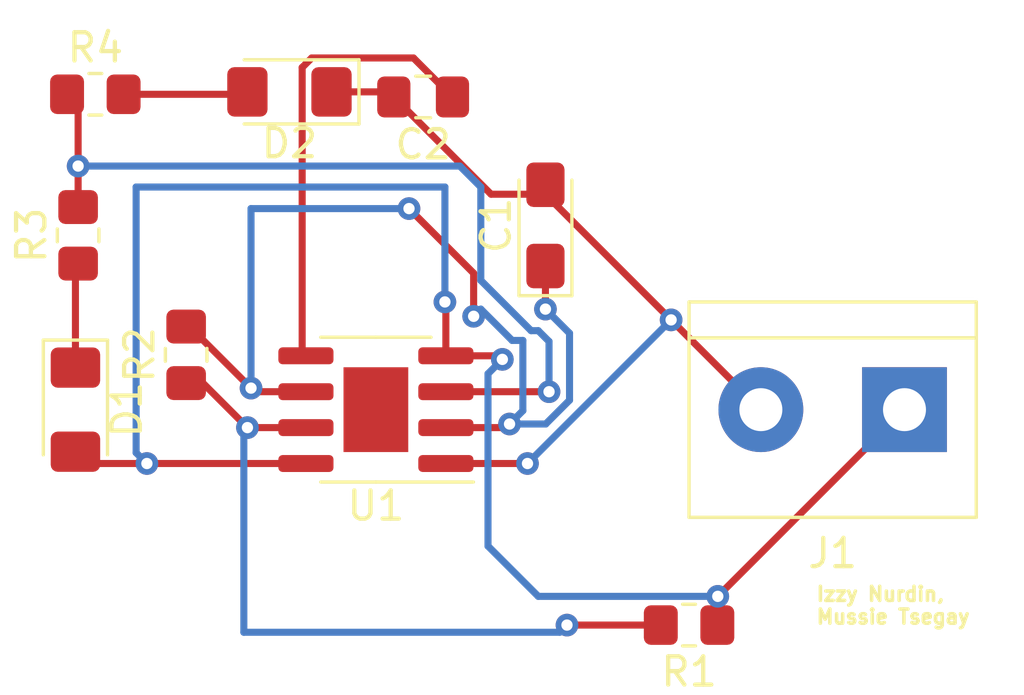
<source format=kicad_pcb>
(kicad_pcb (version 20221018) (generator pcbnew)
  (layers (0 "F.Cu" signal) (31 "B.Cu" signal) (34 "B.Paste" user) (35 "F.Paste" user) (36 "B.SilkS" user "B.Silkscreen") (37 "F.SilkS" user "F.Silkscreen") (38 "B.Mask" user) (39 "F.Mask" user) (44 "Edge.Cuts" user))
  (net 0 "")
  (footprint "Resistor_SMD:R_0805_2012Metric_Pad1.20x1.40mm_HandSolder" (layer "F.Cu") (at 116.831192 74.261192 90)
    (fp_text reference "R2" (at 0 -1.65 90) (layer "F.SilkS"))
    (fp_text value "10k")
    (fp_line (start -0.227064 -0.735) (end 0.227064 -0.735) (stroke (width 0.12)) (layer "F.SilkS"))
    (fp_line (start -0.227064 0.735) (end 0.227064 0.735) (stroke (width 0.12)) (layer "F.SilkS"))
    (pad "1" smd roundrect (at -1 0 90) (size 1.2 1.4) (layers "F.Cu" "F.Paste" "F.Mask") (roundrect_rratio 0.2083333333))
    (pad "2" smd roundrect (at 1 0 90) (size 1.2 1.4) (layers "F.Cu" "F.Paste" "F.Mask") (roundrect_rratio 0.2083333333))
  )
  (footprint "Package_SO:SOIC-8-1EP_3.9x4.9mm_P1.27mm_EP2.29x3mm" (layer "F.Cu") (at 123.5425 76.2 180)
    (fp_text reference "U1" (at 0 -3.4) (layer "F.SilkS"))
    (fp_text value "NE555D")
    (fp_line (start 0 -2.56) (end -3.45 -2.56) (stroke (width 0.12)) (layer "F.SilkS"))
    (fp_line (start 0 -2.56) (end 1.95 -2.56) (stroke (width 0.12)) (layer "F.SilkS"))
    (fp_line (start 0 2.56) (end -1.95 2.56) (stroke (width 0.12)) (layer "F.SilkS"))
    (fp_line (start 0 2.56) (end 1.95 2.56) (stroke (width 0.12)) (layer "F.SilkS"))
    (pad "1" smd roundrect (at -2.475 -1.905 180) (size 1.95 0.6) (layers "F.Cu" "F.Paste" "F.Mask"))
    (pad "2" smd roundrect (at -2.475 -0.635 180) (size 1.95 0.6) (layers "F.Cu" "F.Paste" "F.Mask"))
    (pad "3" smd roundrect (at -2.475 0.635 180) (size 1.95 0.6) (layers "F.Cu" "F.Paste" "F.Mask"))
    (pad "4" smd roundrect (at -2.475 1.905 180) (size 1.95 0.6) (layers "F.Cu" "F.Paste" "F.Mask"))
    (pad "5" smd roundrect (at 2.475 1.905 180) (size 1.95 0.6) (layers "F.Cu" "F.Paste" "F.Mask"))
    (pad "6" smd roundrect (at 2.475 0.635 180) (size 1.95 0.6) (layers "F.Cu" "F.Paste" "F.Mask"))
    (pad "7" smd roundrect (at 2.475 -0.635 180) (size 1.95 0.6) (layers "F.Cu" "F.Paste" "F.Mask"))
    (pad "8" smd roundrect (at 2.475 -1.905 180) (size 1.95 0.6) (layers "F.Cu" "F.Paste" "F.Mask"))
    (pad "9" smd rect (at 0 0 180) (size 2.29 3) (layers "F.Cu" "F.Mask"))
  )
  (footprint "Capacitor_SMD:C_0805_2012Metric_Pad1.18x1.45mm_HandSolder" (layer "F.Cu") (at 125.21374 65.14 180)
    (fp_text reference "C2" (at 0 -1.68) (layer "F.SilkS"))
    (fp_text value "0.01uF")
    (fp_line (start -0.261252 -0.735) (end 0.261252 -0.735) (stroke (width 0.12)) (layer "F.SilkS"))
    (fp_line (start -0.261252 0.735) (end 0.261252 0.735) (stroke (width 0.12)) (layer "F.SilkS"))
    (pad "1" smd roundrect (at -1.0375 0 180) (size 1.175 1.45) (layers "F.Cu" "F.Paste" "F.Mask") (roundrect_rratio 0.2127659574))
    (pad "2" smd roundrect (at 1.0375 0 180) (size 1.175 1.45) (layers "F.Cu" "F.Paste" "F.Mask") (roundrect_rratio 0.2127659574))
  )
  (footprint "Capacitor_Tantalum_SMD:CP_EIA-3216-18_Kemet-A_Pad1.58x1.35mm_HandSolder" (layer "F.Cu") (at 129.54 69.6825 90)
    (fp_text reference "C1" (at 0 -1.75 90) (layer "F.SilkS"))
    (fp_text value "10uF")
    (fp_line (start -2.485 -0.935) (end -2.485 0.935) (stroke (width 0.12)) (layer "F.SilkS"))
    (fp_line (start -2.485 0.935) (end 1.6 0.935) (stroke (width 0.12)) (layer "F.SilkS"))
    (fp_line (start 1.6 -0.935) (end -2.485 -0.935) (stroke (width 0.12)) (layer "F.SilkS"))
    (pad "1" smd roundrect (at -1.4375 0 90) (size 1.575 1.35) (layers "F.Cu" "F.Paste" "F.Mask") (roundrect_rratio 0.1851851852))
    (pad "2" smd roundrect (at 1.4375 0 90) (size 1.575 1.35) (layers "F.Cu" "F.Paste" "F.Mask") (roundrect_rratio 0.1851851852))
  )
  (footprint "Resistor_SMD:R_0805_2012Metric_Pad1.20x1.40mm_HandSolder" (layer "F.Cu") (at 113.618808 65.045)
    (fp_text reference "R4" (at 0 -1.65) (layer "F.SilkS"))
    (fp_text value "1k")
    (fp_line (start -0.227064 -0.735) (end 0.227064 -0.735) (stroke (width 0.12)) (layer "F.SilkS"))
    (fp_line (start -0.227064 0.735) (end 0.227064 0.735) (stroke (width 0.12)) (layer "F.SilkS"))
    (pad "1" smd roundrect (at -1 0) (size 1.2 1.4) (layers "F.Cu" "F.Paste" "F.Mask") (roundrect_rratio 0.2083333333))
    (pad "2" smd roundrect (at 1 0) (size 1.2 1.4) (layers "F.Cu" "F.Paste" "F.Mask") (roundrect_rratio 0.2083333333))
  )
  (footprint "Resistor_SMD:R_0805_2012Metric_Pad1.20x1.40mm_HandSolder" (layer "F.Cu") (at 134.62 83.82 180)
    (fp_text reference "R1" (at 0 -1.65) (layer "F.SilkS"))
    (fp_text value "1k")
    (fp_line (start -0.227064 -0.735) (end 0.227064 -0.735) (stroke (width 0.12)) (layer "F.SilkS"))
    (fp_line (start -0.227064 0.735) (end 0.227064 0.735) (stroke (width 0.12)) (layer "F.SilkS"))
    (pad "1" smd roundrect (at -1 0 180) (size 1.2 1.4) (layers "F.Cu" "F.Paste" "F.Mask") (roundrect_rratio 0.2083333333))
    (pad "2" smd roundrect (at 1 0 180) (size 1.2 1.4) (layers "F.Cu" "F.Paste" "F.Mask") (roundrect_rratio 0.2083333333))
  )
  (footprint "Resistor_SMD:R_0805_2012Metric_Pad1.20x1.40mm_HandSolder" (layer "F.Cu") (at 113.01 70.034128 90)
    (fp_text reference "R3" (at 0 -1.65 90) (layer "F.SilkS"))
    (fp_text value "1k")
    (fp_line (start -0.227064 -0.735) (end 0.227064 -0.735) (stroke (width 0.12)) (layer "F.SilkS"))
    (fp_line (start -0.227064 0.735) (end 0.227064 0.735) (stroke (width 0.12)) (layer "F.SilkS"))
    (pad "1" smd roundrect (at -1 0 90) (size 1.2 1.4) (layers "F.Cu" "F.Paste" "F.Mask") (roundrect_rratio 0.2083333333))
    (pad "2" smd roundrect (at 1 0 90) (size 1.2 1.4) (layers "F.Cu" "F.Paste" "F.Mask") (roundrect_rratio 0.2083333333))
  )
  (footprint "LED_SMD:LED_1206_3216Metric_Pad1.42x1.75mm_HandSolder" (layer "F.Cu") (at 112.915 76.2 -90)
    (fp_text reference "D1" (at 0 -1.82 90) (layer "F.SilkS"))
    (fp_text value "LED")
    (fp_line (start -2.46 -1.135) (end -2.46 1.135) (stroke (width 0.12)) (layer "F.SilkS"))
    (fp_line (start -2.46 1.135) (end 1.6 1.135) (stroke (width 0.12)) (layer "F.SilkS"))
    (fp_line (start 1.6 -1.135) (end -2.46 -1.135) (stroke (width 0.12)) (layer "F.SilkS"))
    (pad "1" smd roundrect (at -1.4875 0 270) (size 1.425 1.75) (layers "F.Cu" "F.Paste" "F.Mask") (roundrect_rratio 0.1754392982))
    (pad "2" smd roundrect (at 1.4875 0 270) (size 1.425 1.75) (layers "F.Cu" "F.Paste" "F.Mask") (roundrect_rratio 0.1754392982))
  )
  (footprint "LED_SMD:LED_1206_3216Metric_Pad1.42x1.75mm_HandSolder" (layer "F.Cu") (at 120.485 64.96 180)
    (fp_text reference "D2" (at 0 -1.82) (layer "F.SilkS"))
    (fp_text value "LED")
    (fp_line (start -2.46 -1.135) (end -2.46 1.135) (stroke (width 0.12)) (layer "F.SilkS"))
    (fp_line (start -2.46 1.135) (end 1.6 1.135) (stroke (width 0.12)) (layer "F.SilkS"))
    (fp_line (start 1.6 -1.135) (end -2.46 -1.135) (stroke (width 0.12)) (layer "F.SilkS"))
    (pad "1" smd roundrect (at -1.4875 0 180) (size 1.425 1.75) (layers "F.Cu" "F.Paste" "F.Mask") (roundrect_rratio 0.1754392982))
    (pad "2" smd roundrect (at 1.4875 0 180) (size 1.425 1.75) (layers "F.Cu" "F.Paste" "F.Mask") (roundrect_rratio 0.1754392982))
  )
  (footprint "TerminalBlock:TerminalBlock_bornier-2_P5.08mm" (layer "F.Cu") (at 142.24 76.2 180)
    (fp_text reference "J1" (at 2.54 -5.08) (layer "F.SilkS"))
    (fp_text value "Conn_01x02_Male")
    (fp_line (start -2.54 -3.81) (end -2.54 3.81) (stroke (width 0.12)) (layer "F.SilkS"))
    (fp_line (start -2.54 3.81) (end 7.62 3.81) (stroke (width 0.12)) (layer "F.SilkS"))
    (fp_line (start 7.62 -3.81) (end -2.54 -3.81) (stroke (width 0.12)) (layer "F.SilkS"))
    (fp_line (start 7.62 2.54) (end -2.54 2.54) (stroke (width 0.12)) (layer "F.SilkS"))
    (fp_line (start 7.62 3.81) (end 7.62 -3.81) (stroke (width 0.12)) (layer "F.SilkS"))
    (pad "1" thru_hole rect (at 0 0 180) (size 3 3) (drill 1.52) (layers "*.Cu" "*.Mask"))
    (pad "2" thru_hole circle (at 5.08 0 180) (size 3 3) (drill 1.52) (layers "*.Cu" "*.Mask"))
  )
  (gr_text "Izzy Nurdin,\nMussie Tsegay" (at 139.065 83.82) (layer "F.SilkS") (effects (font (size 0.5 0.5) (thickness 0.125) bold) (justify left bottom)))
  (segment (start 126.0175 75.565) (end 129.667 75.565) (width 0.25) (layer "F.Cu") (net 0))
  (segment (start 113.3325 78.105) (end 115.443 78.105) (width 0.25) (layer "F.Cu") (net 0))
  (segment (start 135.636 82.804) (end 135.62 82.82) (width 0.25) (layer "F.Cu") (net 0))
  (segment (start 126.0175 78.105) (end 128.905 78.105) (width 0.25) (layer "F.Cu") (net 0))
  (segment (start 128.016 74.422) (end 127.889 74.295) (width 0.25) (layer "F.Cu") (net 0))
  (segment (start 137.16 76.2) (end 133.985 73.025) (width 0.25) (layer "F.Cu") (net 0))
  (segment (start 127.61624 68.58) (end 124.17624 65.14) (width 0.25) (layer "F.Cu") (net 0))
  (segment (start 126.0175 72.4235) (end 125.984 72.39) (width 0.25) (layer "F.Cu") (net 0))
  (segment (start 127 71.374) (end 127 72.898) (width 0.25) (layer "F.Cu") (net 0))
  (segment (start 112.915 71.129128) (end 112.915 74.7125) (width 0.25) (layer "F.Cu") (net 0))
  (segment (start 126.0175 74.295) (end 126.0175 72.4235) (width 0.25) (layer "F.Cu") (net 0))
  (segment (start 126.25124 65.14) (end 124.87124 63.76) (width 0.25) (layer "F.Cu") (net 0))
  (segment (start 115.443 78.105) (end 121.0675 78.105) (width 0.25) (layer "F.Cu") (net 0))
  (segment (start 119.126 75.438) (end 119.253 75.565) (width 0.25) (layer "F.Cu") (net 0))
  (segment (start 120.935 64.096828) (end 120.935 74.1625) (width 0.25) (layer "F.Cu") (net 0))
  (segment (start 121.9725 64.96) (end 123.99624 64.96) (width 0.25) (layer "F.Cu") (net 0))
  (segment (start 128.143 76.835) (end 128.27 76.708) (width 0.25) (layer "F.Cu") (net 0))
  (segment (start 113.01 67.584) (end 113.01 69.034128) (width 0.25) (layer "F.Cu") (net 0))
  (segment (start 118.9125 65.045) (end 114.618808 65.045) (width 0.25) (layer "F.Cu") (net 0))
  (segment (start 123.99624 64.96) (end 124.17624 65.14) (width 0.25) (layer "F.Cu") (net 0))
  (segment (start 112.915 77.6875) (end 113.3325 78.105) (width 0.25) (layer "F.Cu") (net 0))
  (segment (start 116.831192 73.261192) (end 116.949192 73.261192) (width 0.25) (layer "F.Cu") (net 0))
  (segment (start 113.01 65.436192) (end 113.01 67.584) (width 0.25) (layer "F.Cu") (net 0))
  (segment (start 119.253 75.565) (end 121.0675 75.565) (width 0.25) (layer "F.Cu") (net 0))
  (segment (start 133.985 73.025) (end 129.54 68.58) (width 0.25) (layer "F.Cu") (net 0))
  (segment (start 124.714 69.088) (end 127 71.374) (width 0.25) (layer "F.Cu") (net 0))
  (segment (start 120.935 74.1625) (end 121.0675 74.295) (width 0.25) (layer "F.Cu") (net 0))
  (segment (start 126.0175 74.295) (end 127.889 74.295) (width 0.25) (layer "F.Cu") (net 0))
  (segment (start 126.0175 76.835) (end 128.143 76.835) (width 0.25) (layer "F.Cu") (net 0))
  (segment (start 112.618808 65.045) (end 113.01 65.436192) (width 0.25) (layer "F.Cu") (net 0))
  (segment (start 133.62 83.82) (end 130.302 83.82) (width 0.25) (layer "F.Cu") (net 0))
  (segment (start 118.999 76.835) (end 121.0675 76.835) (width 0.25) (layer "F.Cu") (net 0))
  (segment (start 142.24 76.2) (end 135.636 82.804) (width 0.25) (layer "F.Cu") (net 0))
  (segment (start 116.831192 75.261192) (end 117.425192 75.261192) (width 0.25) (layer "F.Cu") (net 0))
  (segment (start 113.01 71.034128) (end 112.915 71.129128) (width 0.25) (layer "F.Cu") (net 0))
  (segment (start 124.87124 63.76) (end 121.271828 63.76) (width 0.25) (layer "F.Cu") (net 0))
  (segment (start 129.54 71.12) (end 129.54 72.644) (width 0.25) (layer "F.Cu") (net 0))
  (segment (start 117.425192 75.261192) (end 118.999 76.835) (width 0.25) (layer "F.Cu") (net 0))
  (segment (start 118.9975 64.96) (end 118.9125 65.045) (width 0.25) (layer "F.Cu") (net 0))
  (segment (start 116.949192 73.261192) (end 119.126 75.438) (width 0.25) (layer "F.Cu") (net 0))
  (segment (start 121.271828 63.76) (end 120.935 64.096828) (width 0.25) (layer "F.Cu") (net 0))
  (segment (start 129.54 68.58) (end 127.61624 68.58) (width 0.25) (layer "F.Cu") (net 0))
  (segment (start 135.62 82.82) (end 135.62 83.82) (width 0.25) (layer "F.Cu") (net 0))
  (via (at 125.984 72.39) (size 0.8) (drill 0.4) (layers "F.Cu" "B.Cu") (net 0))
  (via (at 130.302 83.82) (size 0.8) (drill 0.4) (layers "F.Cu" "B.Cu") (net 0))
  (via (at 127 72.898) (size 0.8) (drill 0.4) (layers "F.Cu" "B.Cu") (net 0))
  (via (at 113.01 67.584) (size 0.8) (drill 0.4) (layers "F.Cu" "B.Cu") (net 0))
  (via (at 118.999 76.835) (size 0.8) (drill 0.4) (layers "F.Cu" "B.Cu") (net 0))
  (via (at 129.54 72.644) (size 0.8) (drill 0.4) (layers "F.Cu" "B.Cu") (net 0))
  (via (at 128.016 74.422) (size 0.8) (drill 0.4) (layers "F.Cu" "B.Cu") (net 0))
  (via (at 128.27 76.708) (size 0.8) (drill 0.4) (layers "F.Cu" "B.Cu") (net 0))
  (via (at 119.126 75.438) (size 0.8) (drill 0.4) (layers "F.Cu" "B.Cu") (net 0))
  (via (at 124.714 69.088) (size 0.8) (drill 0.4) (layers "F.Cu" "B.Cu") (net 0))
  (via (at 135.636 82.804) (size 0.8) (drill 0.4) (layers "F.Cu" "B.Cu") (net 0))
  (via (at 129.667 75.565) (size 0.8) (drill 0.4) (layers "F.Cu" "B.Cu") (net 0))
  (via (at 128.905 78.105) (size 0.8) (drill 0.4) (layers "F.Cu" "B.Cu") (net 0))
  (via (at 133.985 73.025) (size 0.8) (drill 0.4) (layers "F.Cu" "B.Cu") (net 0))
  (via (at 115.443 78.105) (size 0.8) (drill 0.4) (layers "F.Cu" "B.Cu") (net 0))
  (segment (start 125.984 68.326) (end 115.062 68.326) (width 0.25) (layer "B.Cu") (net 0))
  (segment (start 119.126 75.438) (end 119.126 69.088) (width 0.25) (layer "B.Cu") (net 0))
  (segment (start 118.872 76.962) (end 118.872 84.074) (width 0.25) (layer "B.Cu") (net 0))
  (segment (start 130.048 84.074) (end 130.302 83.82) (width 0.25) (layer "B.Cu") (net 0))
  (segment (start 126.512 67.584) (end 127.254 68.326) (width 0.25) (layer "B.Cu") (net 0))
  (segment (start 129.032 73.406) (end 129.286 73.406) (width 0.25) (layer "B.Cu") (net 0))
  (segment (start 127.508 81.026) (end 129.286 82.804) (width 0.25) (layer "B.Cu") (net 0))
  (segment (start 128.361396 73.751396) (end 127.254 72.644) (width 0.25) (layer "B.Cu") (net 0))
  (segment (start 115.062 68.326) (end 115.062 77.724) (width 0.25) (layer "B.Cu") (net 0))
  (segment (start 125.984 72.39) (end 125.984 68.326) (width 0.25) (layer "B.Cu") (net 0))
  (segment (start 129.286 82.804) (end 135.636 82.804) (width 0.25) (layer "B.Cu") (net 0))
  (segment (start 127.254 72.644) (end 127 72.898) (width 0.25) (layer "B.Cu") (net 0))
  (segment (start 130.392 75.865305) (end 129.549305 76.708) (width 0.25) (layer "B.Cu") (net 0))
  (segment (start 127.508 74.93) (end 127.508 81.026) (width 0.25) (layer "B.Cu") (net 0))
  (segment (start 115.062 77.724) (end 115.443 78.105) (width 0.25) (layer "B.Cu") (net 0))
  (segment (start 118.999 76.835) (end 118.872 76.962) (width 0.25) (layer "B.Cu") (net 0))
  (segment (start 129.54 72.644) (end 130.392 73.496) (width 0.25) (layer "B.Cu") (net 0))
  (segment (start 127.254 71.628) (end 129.032 73.406) (width 0.25) (layer "B.Cu") (net 0))
  (segment (start 128.016 74.422) (end 127.508 74.93) (width 0.25) (layer "B.Cu") (net 0))
  (segment (start 133.985 73.025) (end 128.905 78.105) (width 0.25) (layer "B.Cu") (net 0))
  (segment (start 129.549305 76.708) (end 128.27 76.708) (width 0.25) (layer "B.Cu") (net 0))
  (segment (start 113.01 67.584) (end 126.512 67.584) (width 0.25) (layer "B.Cu") (net 0))
  (segment (start 128.741 73.751396) (end 128.361396 73.751396) (width 0.25) (layer "B.Cu") (net 0))
  (segment (start 119.126 69.088) (end 124.714 69.088) (width 0.25) (layer "B.Cu") (net 0))
  (segment (start 130.392 73.496) (end 130.392 75.865305) (width 0.25) (layer "B.Cu") (net 0))
  (segment (start 129.286 73.406) (end 129.667 73.787) (width 0.25) (layer "B.Cu") (net 0))
  (segment (start 129.667 73.787) (end 129.667 75.565) (width 0.25) (layer "B.Cu") (net 0))
  (segment (start 118.872 84.074) (end 130.048 84.074) (width 0.25) (layer "B.Cu") (net 0))
  (segment (start 128.741 76.237) (end 128.741 73.751396) (width 0.25) (layer "B.Cu") (net 0))
  (segment (start 128.27 76.708) (end 128.741 76.237) (width 0.25) (layer "B.Cu") (net 0))
  (segment (start 127.254 68.326) (end 127.254 71.628) (width 0.25) (layer "B.Cu") (net 0))
)
</source>
